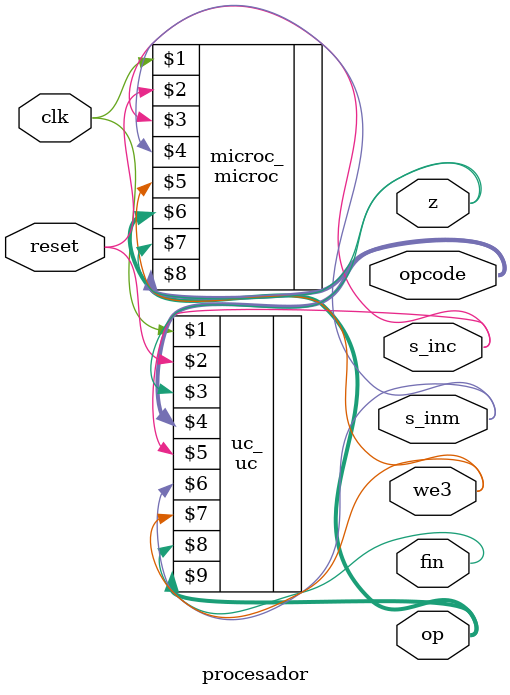
<source format=v>
`include "uc.v"
`include "microc.v"

module procesador(input wire clk, reset, output wire z, s_inc, s_inm, we3,fin,output wire [2:0] op,output wire [5:0] opcode);

/*wire z,s_inc,s_inm,we3;
wire [2:0] op;*/


uc uc_ (clk, reset, z,opcode, s_inc, s_inm, we3,fin , op);
microc microc_(clk, reset, s_inc, s_inm, we3, op, z, opcode);



endmodule

</source>
